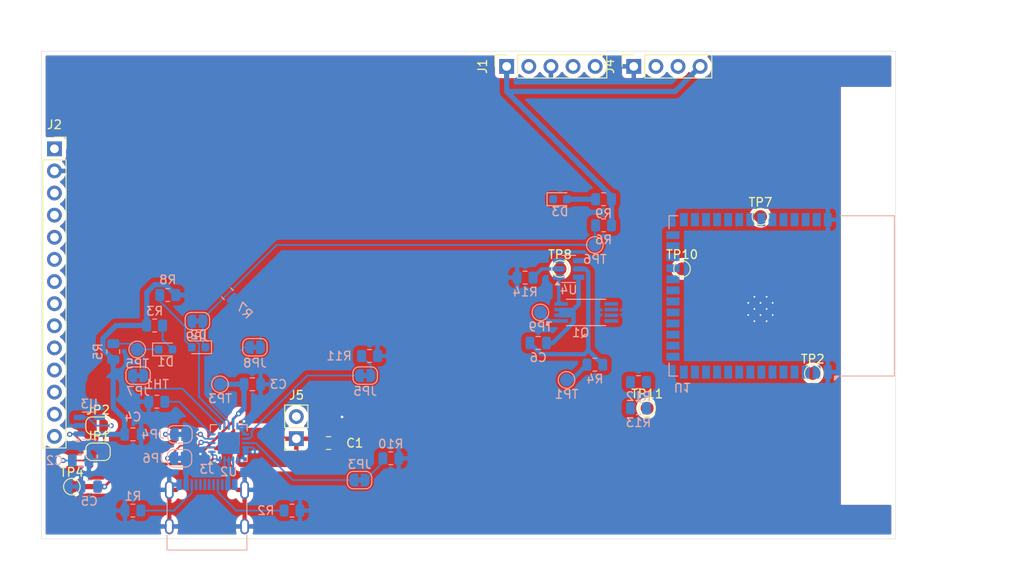
<source format=kicad_pcb>
(kicad_pcb (version 20241229) (generator "pcbnew") (generator_version "9.0")
  (layers (0 "F.Cu" signal) (2 "B.Cu" signal) (13 "F.Paste" user) (15 "B.Paste" user) (5 "F.SilkS" user "F.Silkscreen") (7 "B.SilkS" user "B.Silkscreen") (1 "F.Mask" user) (3 "B.Mask" user) (25 "Edge.Cuts" user))
  (net 0 "")
  (net 1 "+BATT")
  (net 2 "GND")
  (net 3 "Net-(JP1-A)")
  (net 4 "VBUS")
  (net 5 "VCC")
  (net 6 "Net-(U4-VCC)")
  (net 7 "-BATT")
  (net 8 "Net-(D1-A)")
  (net 9 "PG")
  (net 10 "STAT2")
  (net 11 "Net-(D2-A)")
  (net 12 "Net-(D3-A)")
  (net 13 "STAT1")
  (net 14 "I2C_SDA")
  (net 16 "I2C_SCL")
  (net 17 "LCD_SCK")
  (net 18 "LCD_T_CLK")
  (net 19 "LCD_REST")
  (net 20 "LCD_LED")
  (net 21 "LCD_T_DIN")
  (net 22 "LCD_SDI")
  (net 23 "LCD_T_DO")
  (net 24 "LCD_DC")
  (net 25 "LCD_T_IRQ")
  (net 26 "LCD_T_CS")
  (net 27 "LCD_SDO")
  (net 28 "LCD_CS")
  (net 29 "USB_D+")
  (net 30 "Net-(J3-CC2)")
  (net 32 "Net-(J3-CC1)")
  (net 34 "USB_D-")
  (net 35 "RXD")
  (net 36 "TXD")
  (net 37 "Net-(JP1-B)")
  (net 38 "Net-(Q1-Pad1)")
  (net 39 "Net-(U4-OC)")
  (net 40 "Net-(JP3-B)")
  (net 41 "Net-(U4-OD)")
  (net 42 "Net-(JP3-A)")
  (net 43 "Net-(JP4-A)")
  (net 44 "Net-(U4-CS)")
  (net 45 "Net-(U2-THERM)")
  (net 64 "Net-(JP5-B)")
  (net 65 "Net-(JP5-A)")
  (net 66 "Net-(JP6-A)")
  (net 67 "Net-(JP7-A)")
  (net 68 "Net-(JP8-A)")
  (net 69 "Net-(JP9-A)")
  (footprint "TestPoint:TestPoint_Pad_D1.5mm" (layer "F.Cu") (at 127 150)
    (property "Reference" "TP10")
    (property "Value" "SDA_TP")
  )
  (footprint "TestPoint:TestPoint_Pad_D1.5mm" (layer "F.Cu") (at 136 144)
    (property "Reference" "TP7")
    (property "Value" "STAT1_TP")
  )
  (footprint "Jumper:SolderJumper-2_P1.3mm_Bridged_RoundedPad1.0x1.5mm" (layer "F.Cu") (at 60 171)
    (property "Reference" "JP1")
    (property "Value" "EN_VIN")
  )
  (footprint "TestPoint:TestPoint_Pad_D1.5mm" (layer "F.Cu") (at 123 166)
    (property "Reference" "TP11")
    (property "Value" "SCL_TP")
  )
  (footprint "Jumper:SolderJumper-2_P1.3mm_Open_RoundedPad1.0x1.5mm" (layer "F.Cu") (at 60 168)
    (property "Reference" "JP2")
    (property "Value" "EN_GND")
  )
  (footprint "TestPoint:TestPoint_Pad_D1.5mm" (layer "F.Cu") (at 113 150)
    (property "Reference" "TP8")
    (property "Value" "PROT_CS")
  )
  (footprint "Connector_PinSocket_2.54mm:PinSocket_1x14_P2.54mm_Vertical" (layer "F.Cu") (at 55 136.21)
    (property "Reference" "J2")
    (property "Value" "Conn_01x14_Pin")
  )
  (footprint "Capacitor_SMD:C_0805_2012Metric" (layer "F.Cu") (at 86.449999 170)
    (property "Reference" "C1")
    (property "Value" "4.7uF")
  )
  (footprint "TestPoint:TestPoint_Pad_D1.5mm" (layer "F.Cu") (at 57 175)
    (property "Reference" "TP4")
    (property "Value" "VIN_TP")
  )
  (footprint "Connector_PinSocket_2.54mm:PinSocket_1x04_P2.54mm_Vertical" (layer "F.Cu") (at 121.46 126.75 90)
    (property "Reference" "J4")
    (property "Value" "Conn_01x04_Socket")
  )
  (footprint "Connector_PinSocket_2.54mm:PinSocket_1x02_P2.54mm_Vertical" (layer "F.Cu") (at 82.75 169.5 180)
    (property "Reference" "J5")
    (property "Value" "BATT_CONN")
  )
  (footprint "Connector_PinSocket_2.54mm:PinSocket_1x05_P2.54mm_Vertical" (layer "F.Cu") (at 106.88 126.75 90)
    (property "Reference" "J1")
    (property "Value" "MLX90640_Breakout")
  )
  (footprint "TestPoint:TestPoint_Pad_D1.5mm" (layer "F.Cu") (at 142 162)
    (property "Reference" "TP2")
    (property "Value" "TP_VCC")
  )
  (footprint "TestPoint:TestPoint_Pad_D1.5mm" (layer "B.Cu") (at 117 147.25)
    (property "Reference" "TP6")
    (property "Value" "STAT2_TP")
  )
  (footprint "Package_TO_SOT_SMD:SOT-23-5" (layer "B.Cu") (at 59 168)
    (property "Reference" "U3")
    (property "Value" "MIC5504-3.3YM5")
  )
  (footprint "Resistor_SMD:R_0805_2012Metric" (layer "B.Cu") (at 118 142)
    (property "Reference" "R9")
    (property "Value" "470")
  )
  (footprint "TestPoint:TestPoint_Pad_D1.5mm" (layer "B.Cu") (at 113.75 162.75)
    (property "Reference" "TP1")
    (property "Value" "TP_BATT+")
  )
  (footprint "Capacitor_SMD:C_0805_2012Metric" (layer "B.Cu") (at 110.5 158.5)
    (property "Reference" "C6")
    (property "Value" "0.1uF")
  )
  (footprint "Resistor_SMD:R_0805_2012Metric" (layer "B.Cu") (at 64 177.75 180)
    (property "Reference" "R1")
    (property "Value" "5.1k")
  )
  (footprint "Package_DFN_QFN:QFN-20-1EP_4x4mm_P0.5mm_EP2.5x2.5mm" (layer "B.Cu") (at 75 170)
    (property "Reference" "U2")
    (property "Value" "MCP73871")
  )
  (footprint "Capacitor_SMD:C_0805_2012Metric" (layer "B.Cu") (at 58 172)
    (property "Reference" "C2")
    (property "Value" "4.7uF")
  )
  (footprint "LED_SMD:LED_0603_1608Metric" (layer "B.Cu") (at 67.75 159.25)
    (property "Reference" "D1")
    (property "Value" "LED_B")
  )
  (footprint "Resistor_SMD:R_0805_2012Metric" (layer "B.Cu") (at 122 163)
    (property "Reference" "R12")
    (property "Value" "10k")
  )
  (footprint "Resistor_SMD:R_0805_2012Metric" (layer "B.Cu") (at 82.25 177.75 180)
    (property "Reference" "R2")
    (property "Value" "5.1k")
  )
  (footprint "TestPoint:TestPoint_Pad_D1.5mm" (layer "B.Cu") (at 74 163.25)
    (property "Reference" "TP3")
    (property "Value" "VBUS_TP")
  )
  (footprint "Capacitor_SMD:C_0805_2012Metric" (layer "B.Cu") (at 77.7 163.25)
    (property "Reference" "C3")
    (property "Value" "10uF")
  )
  (footprint "Resistor_SMD:R_0805_2012Metric" (layer "B.Cu") (at 74.854765 152.854765 135)
    (property "Reference" "R7")
    (property "Value" "10k")
  )
  (footprint "Resistor_SMD:R_0805_2012Metric" (layer "B.Cu") (at 61.75 159.5 -90)
    (property "Reference" "R5")
    (property "Value" "10k")
  )
  (footprint "LED_SMD:LED_0603_1608Metric" (layer "B.Cu") (at 71.5375 159 180)
    (property "Reference" "D2")
    (property "Value" "LED_R")
  )
  (footprint "Resistor_SMD:R_0805_2012Metric" (layer "B.Cu") (at 93.5875 171.75 180)
    (property "Reference" "R10")
    (property "Value" "4.02k")
  )
  (footprint "Resistor_SMD:R_0805_2012Metric" (layer "B.Cu") (at 91.15 160)
    (property "Reference" "R11")
    (property "Value" "20k")
  )
  (footprint "Resistor_SMD:R_0805_2012Metric" (layer "B.Cu") (at 66.75 165.25)
    (property "Reference" "TH1")
    (property "Value" "10k")
  )
  (footprint "Resistor_SMD:R_0805_2012Metric" (layer "B.Cu") (at 117 161)
    (property "Reference" "R4")
    (property "Value" "100")
  )
  (footprint "RF_Module:ESP32-S3-WROOM-1" (layer "B.Cu") (at 138.46 153.1 90)
    (property "Reference" "U1")
    (property "Value" "ESP32-S3-WROOM-1")
  )
  (footprint "Component:SOP65P640X120-8N" (layer "B.Cu") (at 116 155)
    (property "Reference" "Q1")
    (property "Value" "FS8205A")
  )
  (footprint "TestPoint:TestPoint_Pad_D1.5mm" (layer "B.Cu") (at 110.75 155)
    (property "Reference" "TP9")
    (property "Value" "MOSFET_P8")
  )
  (footprint "LED_SMD:LED_0603_1608Metric" (layer "B.Cu") (at 113 142)
    (property "Reference" "D3")
    (property "Value" "LED_G")
  )
  (footprint "Jumper:SolderJumper-2_P1.3mm_Bridged_RoundedPad1.0x1.5mm" (layer "B.Cu") (at 90.65 162.25)
    (property "Reference" "JP5")
    (property "Value" "PROG3_JP")
  )
  (footprint "Resistor_SMD:R_0805_2012Metric" (layer "B.Cu") (at 118 145)
    (property "Reference" "R6")
    (property "Value" "10k")
  )
  (footprint "Resistor_SMD:R_0805_2012Metric" (layer "B.Cu") (at 109 151)
    (property "Reference" "R14")
    (property "Value" "1k")
  )
  (footprint "Jumper:SolderJumper-2_P1.3mm_Bridged_RoundedPad1.0x1.5mm" (layer "B.Cu") (at 69.35 171.75)
    (property "Reference" "JP6")
    (property "Value" "SEL_JP")
  )
  (footprint "Jumper:SolderJumper-2_P1.3mm_Bridged_RoundedPad1.0x1.5mm" (layer "B.Cu") (at 64.600001 162.25)
    (property "Reference" "JP7")
    (property "Value" "PG_JP")
  )
  (footprint "TestPoint:TestPoint_Pad_D1.5mm" (layer "B.Cu") (at 64.5 159.25)
    (property "Reference" "TP5")
    (property "Value" "PG_TP")
  )
  (footprint "Jumper:SolderJumper-2_P1.3mm_Bridged_RoundedPad1.0x1.5mm" (layer "B.Cu") (at 90 174.25 180)
    (property "Reference" "JP3")
    (property "Value" "PROG1_JP")
  )
  (footprint "Connector_USB:USB_C_Receptacle_G-Switch_GT-USB-7010ASV" (layer "B.Cu") (at 72.5 178.5 180)
    (property "Reference" "J3")
    (property "Value" "USB_C_Receptacle_USB2.0_16P")
  )
  (footprint "Resistor_SMD:R_0805_2012Metric" (layer "B.Cu") (at 68 153)
    (property "Reference" "R8")
    (property "Value" "470")
  )
  (footprint "Jumper:SolderJumper-2_P1.3mm_Bridged_RoundedPad1.0x1.5mm" (layer "B.Cu") (at 78 159)
    (property "Reference" "JP8")
    (property "Value" "STAT1_JP")
  )
  (footprint "Resistor_SMD:R_0805_2012Metric" (layer "B.Cu") (at 66.5 156.5 180)
    (property "Reference" "R3")
    (property "Value" "470")
  )
  (footprint "Resistor_SMD:R_0805_2012Metric" (layer "B.Cu") (at 122 166)
    (property "Reference" "R13")
    (property "Value" "10k")
  )
  (footprint "Capacitor_SMD:C_0805_2012Metric" (layer "B.Cu") (at 59 175)
    (property "Reference" "C5")
    (property "Value" "1uF")
  )
  (footprint "Capacitor_SMD:C_0805_2012Metric" (layer "B.Cu") (at 64 169)
    (property "Reference" "C4")
    (property "Value" "1uF")
  )
  (footprint "Jumper:SolderJumper-2_P1.3mm_Bridged_RoundedPad1.0x1.5mm" (layer "B.Cu") (at 71.4 156)
    (property "Reference" "JP9")
    (property "Value" "STAT2_JP")
  )
  (footprint "Package_TO_SOT_SMD:SOT-23-6" (layer "B.Cu") (at 114 150)
    (property "Reference" "U4")
    (property "Value" "DW01A")
  )
  (footprint "Jumper:SolderJumper-2_P1.3mm_Bridged_RoundedPad1.0x1.5mm" (layer "B.Cu") (at 69.4 169)
    (property "Reference" "JP4")
    (property "Value" "PROG2_JP")
  )
  (gr_rect (start 53.5 125) (end 151.5 181) (stroke (width 0.05)) (fill no) (layer "Edge.Cuts"))
  (via (at 76.5 172) (size 0.6) (drill 0.3) (layers "F.Cu" "B.Cu") (net 1))
  (via (at 76.9375 171.5) (size 0.6) (drill 0.3) (layers "F.Cu" "B.Cu") (net 1))
  (via (at 78.25 171) (size 0.6) (drill 0.3) (layers "F.Cu" "B.Cu") (net 1))
  (via (at 77.75 171) (size 0.6) (drill 0.3) (layers "F.Cu" "B.Cu") (net 1))
  (segment (start 77.75 170.5) (end 78.25 171) (width 0.2) (layer "B.Cu") (net 1))
  (segment (start 76.9375 171.5625) (end 76.9375 171.5) (width 0.6) (layer "B.Cu") (net 1))
  (segment (start 113.75 162.75) (end 114.3375 162.75) (width 0.5) (layer "B.Cu") (net 1))
  (segment (start 76.9375 171.5) (end 76.9375 170.626) (width 0.6) (layer "B.Cu") (net 1))
  (segment (start 76.9375 170.5) (end 77.75 170.5) (width 0.2) (layer "B.Cu") (net 1))
  (segment (start 76.9375 171) (end 77.75 171) (width 0.2) (layer "B.Cu") (net 1))
  (segment (start 114.3375 162.75) (end 116.0875 161) (width 0.5) (layer "B.Cu") (net 1))
  (segment (start 76.5 172) (end 76.9375 171.5625) (width 0.6) (layer "B.Cu") (net 1))
  (segment (start 76.4375 171.9375) (end 76.5 172) (width 0.2) (layer "B.Cu") (net 1))
  (segment (start 76 171.9375) (end 76.4375 171.9375) (width 0.2) (layer "B.Cu") (net 1))
  (via (at 88 167) (size 0.6) (drill 0.3) (layers "F.Cu" "B.Cu") (net 2))
  (via (at 76.75 167.5) (size 0.6) (drill 0.3) (layers "F.Cu" "B.Cu") (net 2))
  (segment (start 76.46875 168.53125) (end 76 168.0625) (width 0.3) (layer "B.Cu") (net 2))
  (segment (start 76.75 167.5) (end 76.75 168.25) (width 0.3) (layer "B.Cu") (net 2))
  (segment (start 76.9375 169) (end 76.46875 168.53125) (width 0.3) (layer "B.Cu") (net 2))
  (segment (start 76.75 168.25) (end 76.46875 168.53125) (width 0.3) (layer "B.Cu") (net 2))
  (segment (start 59.25 171) (end 57.25 169) (width 0.2) (layer "F.Cu") (net 3))
  (segment (start 60.75 175) (end 57 175) (width 0.6) (layer "F.Cu") (net 3))
  (segment (start 58.35 172) (end 56 172) (width 0.2) (layer "F.Cu") (net 3))
  (segment (start 59.35 171) (end 58.35 172) (width 0.2) (layer "F.Cu") (net 3))
  (segment (start 59.35 171) (end 59.35 172.65) (width 0.2) (layer "F.Cu") (net 3))
  (segment (start 59.35 171) (end 59.25 171) (width 0.2) (layer "F.Cu") (net 3))
  (segment (start 59.35 172.65) (end 57 175) (width 0.2) (layer "F.Cu") (net 3))
  (segment (start 73.396445 171.603555) (end 72.599 172.401) (width 0.3) (layer "F.Cu") (net 3))
  (segment (start 72.599 172.401) (end 63.349 172.401) (width 0.3) (layer "F.Cu") (net 3))
  (segment (start 57.25 169) (end 56.75 169) (width 0.2) (layer "F.Cu") (net 3))
  (segment (start 63.349 172.401) (end 60.75 175) (width 0.3) (layer "F.Cu") (net 3))
  (via (at 56.75 169) (size 0.6) (drill 0.3) (layers "F.Cu" "B.Cu") (net 3))
  (via (at 60.75 175) (size 0.6) (drill 0.3) (layers "F.Cu" "B.Cu") (net 3))
  (via (at 73.396445 171.603555) (size 0.6) (drill 0.3) (layers "F.Cu" "B.Cu") (net 3))
  (via (at 56 172) (size 0.6) (drill 0.3) (layers "F.Cu" "B.Cu") (net 3))
  (segment (start 56 172) (end 57.05 172) (width 0.2) (layer "B.Cu") (net 3))
  (segment (start 56.8 168.95) (end 56.75 169) (width 0.2) (layer "B.Cu") (net 3))
  (segment (start 73.401555 171.603555) (end 73.7355 171.9375) (width 0.3) (layer "B.Cu") (net 3))
  (segment (start 73.7355 171.9375) (end 74 171.9375) (width 0.3) (layer "B.Cu") (net 3))
  (segment (start 73.396445 171.603555) (end 73.396445 171.598445) (width 0.3) (layer "B.Cu") (net 3))
  (segment (start 73.396445 171.603555) (end 73.401555 171.603555) (width 0.3) (layer "B.Cu") (net 3))
  (segment (start 73.396445 171.598445) (end 73.0625 171.2645) (width 0.3) (layer "B.Cu") (net 3))
  (segment (start 57.8625 168.95) (end 56.8 168.95) (width 0.2) (layer "B.Cu") (net 3))
  (segment (start 59.95 175) (end 60.75 175) (width 0.6) (layer "B.Cu") (net 3))
  (segment (start 73.0625 171.2645) (end 73.0625 171) (width 0.3) (layer "B.Cu") (net 3))
  (segment (start 75.5 167.5) (end 71.75 171.25) (width 0.3) (layer "F.Cu") (net 4))
  (segment (start 75.5 167.25) (end 75.5 167.5) (width 0.3) (layer "F.Cu") (net 4))
  (segment (start 76.125 166.625) (end 75.5 167.25) (width 0.3) (layer "F.Cu") (net 4))
  (via (at 71.75 171.25) (size 0.6) (drill 0.3) (layers "F.Cu" "B.Cu") (net 4))
  (via (at 76.125 166.625) (size 0.6) (drill 0.3) (layers "F.Cu" "B.Cu") (net 4))
  (segment (start 75.5 167.25) (end 75.5 168.0625) (width 0.3) (layer "B.Cu") (net 4))
  (segment (start 76.125 166.625) (end 76.75 166) (width 0.6) (layer "B.Cu") (net 4))
  (segment (start 76.75 166) (end 76.75 163.25) (width 0.6) (layer "B.Cu") (net 4))
  (segment (start 76.125 166.625) (end 75.5 167.25) (width 0.3) (layer "B.Cu") (net 4))
  (segment (start 76.75 163.25) (end 74 163.25) (width 0.6) (layer "B.Cu") (net 4))
  (segment (start 106.88 129.63) (end 106.88 126.75) (width 0.6) (layer "B.Cu") (net 5))
  (segment (start 66.506998 151.799) (end 67.7115 151.799) (width 0.6) (layer "B.Cu") (net 5))
  (segment (start 63.05 169) (end 63.05 167.2125) (width 0.6) (layer "B.Cu") (net 5))
  (segment (start 62.055998 156.5) (end 65.5875 156.5) (width 0.6) (layer "B.Cu") (net 5))
  (segment (start 118.9125 142) (end 118.9125 141.6625) (width 0.6) (layer "B.Cu") (net 5))
  (segment (start 60.1875 169) (end 60.1375 168.95) (width 0.6) (layer "B.Cu") (net 5))
  (segment (start 63.05 167.2125) (end 61.75 165.9125) (width 0.6) (layer "B.Cu") (net 5))
  (segment (start 118.9125 141.6625) (end 106.88 129.63) (width 0.6) (layer "B.Cu") (net 5))
  (segment (start 73.41906 153) (end 74.20953 152.20953) (width 0.6) (layer "B.Cu") (net 5))
  (segment (start 126.2 129.63) (end 129.08 126.75) (width 0.6) (layer "B.Cu") (net 5))
  (segment (start 63.05 169) (end 60.1875 169) (width 0.6) (layer "B.Cu") (net 5))
  (segment (start 67.7115 151.799) (end 68.9125 153) (width 0.6) (layer "B.Cu") (net 5))
  (segment (start 65.5875 156.5) (end 65.5875 152.718498) (width 0.6) (layer "B.Cu") (net 5))
  (segment (start 61.75 160.4125) (end 60.549 159.2115) (width 0.6) (layer "B.Cu") (net 5))
  (segment (start 118.9125 145) (end 118.9125 142) (width 0.6) (layer "B.Cu") (net 5))
  (segment (start 68.9125 153) (end 73.41906 153) (width 0.6) (layer "B.Cu") (net 5))
  (segment (start 65.5875 152.718498) (end 66.506998 151.799) (width 0.6) (layer "B.Cu") (net 5))
  (segment (start 60.549 158.006998) (end 62.055998 156.5) (width 0.6) (layer "B.Cu") (net 5))
  (segment (start 106.88 129.63) (end 126.2 129.63) (width 0.6) (layer "B.Cu") (net 5))
  (segment (start 60.549 159.2115) (end 60.549 158.006998) (width 0.6) (layer "B.Cu") (net 5))
  (segment (start 61.75 165.9125) (end 61.75 160.4125) (width 0.6) (layer "B.Cu") (net 5))
  (segment (start 115.9 150) (end 116.25 150.35) (width 0.5) (layer "B.Cu") (net 6))
  (segment (start 116.25 159.3375) (end 117.9125 161) (width 0.5) (layer "B.Cu") (net 6))
  (segment (start 116.25 150.35) (end 116.25 159.3375) (width 0.5) (layer "B.Cu") (net 6))
  (segment (start 115.1375 150) (end 115.9 150) (width 0.5) (layer "B.Cu") (net 6))
  (segment (start 115.7885 159.799) (end 116.25 159.3375) (width 0.5) (layer "B.Cu") (net 6))
  (segment (start 110.849 159.799) (end 115.7885 159.799) (width 0.5) (layer "B.Cu") (net 6))
  (segment (start 109.55 158.5) (end 110.849 159.799) (width 0.5) (layer "B.Cu") (net 6))
  (segment (start 113.12 155) (end 113.12 154.675) (width 0.5) (layer "B.Cu") (net 7))
  (segment (start 114.55 155.5) (end 114.05 155) (width 0.5) (layer "B.Cu") (net 7))
  (segment (start 114.55 155.5) (end 114.55 154.675) (width 0.5) (layer "B.Cu") (net 7))
  (segment (start 112.184906 158.5) (end 114.55 156.134906) (width 0.5) (layer "B.Cu") (net 7))
  (segment (start 115.1375 154.0875) (end 115.1375 150.95) (width 0.5) (layer "B.Cu") (net 7))
  (segment (start 114.374 155.324) (end 113.12 155.324) (width 0.5) (layer "B.Cu") (net 7))
  (segment (start 114.374 154.851) (end 114.8625 154.3625) (width 0.5) (layer "B.Cu") (net 7))
  (segment (start 114.55 154.675) (end 113.12 154.675) (width 0.4) (layer "B.Cu") (net 7))
  (segment (start 114.374 155.324) (end 114.374 154.851) (width 0.5) (layer "B.Cu") (net 7))
  (segment (start 114.55 156.134906) (end 114.55 155.5) (width 0.5) (layer "B.Cu") (net 7))
  (segment (start 113.12 155.325) (end 113.12 155) (width 0.5) (layer "B.Cu") (net 7))
  (segment (start 114.8625 154.3625) (end 115.1375 154.0875) (width 0.5) (layer "B.Cu") (net 7))
  (segment (start 115.1375 154.0875) (end 114.55 154.675) (width 0.4) (layer "B.Cu") (net 7))
  (segment (start 111.45 158.5) (end 112.184906 158.5) (width 0.5) (layer "B.Cu") (net 7))
  (segment (start 114.55 155.5) (end 114.374 155.324) (width 0.5) (layer "B.Cu") (net 7))
  (segment (start 114.05 155) (end 113.12 155) (width 0.5) (layer "B.Cu") (net 7))
  (segment (start 67.4125 156.5) (end 67.4125 158.125) (width 0.2) (layer "B.Cu") (net 8))
  (segment (start 67.4125 158.125) (end 68.5375 159.25) (width 0.2) (layer "B.Cu") (net 8))
  (segment (start 63.8375 158.5875) (end 64.5 159.25) (width 0.2) (layer "B.Cu") (net 9))
  (segment (start 66.9625 159.25) (end 64.5 159.25) (width 0.2) (layer "B.Cu") (net 9))
  (segment (start 61.75 158.5875) (end 63.8375 158.5875) (width 0.2) (layer "B.Cu") (net 9))
  (segment (start 65.25 160) (end 64.5 159.25) (width 0.2) (layer "B.Cu") (net 9))
  (segment (start 64.25 159) (end 64.5 159.25) (width 0.2) (layer "B.Cu") (net 9))
  (segment (start 65.25 162.25) (end 65.25 160) (width 0.2) (layer "B.Cu") (net 9))
  (segment (start 117 147.25) (end 117 145.0875) (width 0.2) (layer "B.Cu") (net 10))
  (segment (start 72.05 155.7) (end 80.5 147.25) (width 0.2) (layer "B.Cu") (net 10))
  (segment (start 80.5 147.25) (end 117 147.25) (width 0.2) (layer "B.Cu") (net 10))
  (segment (start 117 145.0875) (end 117.0875 145) (width 0.2) (layer "B.Cu") (net 10))
  (segment (start 72.05 156) (end 72.05 158.724999) (width 0.2) (layer "B.Cu") (net 10))
  (segment (start 72.05 156) (end 72.05 155.7) (width 0.2) (layer "B.Cu") (net 10))
  (segment (start 108.5 147.25) (end 117 147.25) (width 0.2) (layer "B.Cu") (net 10))
  (segment (start 72.05 158.724999) (end 72.325001 159) (width 0.2) (layer "B.Cu") (net 10))
  (segment (start 70 156.6125) (end 70 158.250001) (width 0.2) (layer "B.Cu") (net 11))
  (segment (start 67.0875 153.7) (end 70 156.6125) (width 0.2) (layer "B.Cu") (net 11))
  (segment (start 70 158.250001) (end 70.749999 159) (width 0.2) (layer "B.Cu") (net 11))
  (segment (start 67.0875 153) (end 67.0875 153.7) (width 0.2) (layer "B.Cu") (net 11))
  (segment (start 113.7875 142) (end 117.0875 142) (width 0.6) (layer "B.Cu") (net 12))
  (segment (start 75.5 153.5) (end 78.65 156.65) (width 0.2) (layer "B.Cu") (net 13))
  (segment (start 78.65 156.65) (end 78.65 159) (width 0.2) (layer "B.Cu") (net 13))
  (segment (start 64.9125 177.75) (end 68.711008 177.75) (width 0.2) (layer "B.Cu") (net 30))
  (segment (start 70.75 175.711008) (end 70.75 174.775) (width 0.2) (layer "B.Cu") (net 30))
  (segment (start 68.711008 177.75) (end 70.75 175.711008) (width 0.2) (layer "B.Cu") (net 30))
  (segment (start 73.75 175.647) (end 73.75 174.775) (width 0.2) (layer "B.Cu") (net 32))
  (segment (start 75.853 177.75) (end 73.75 175.647) (width 0.2) (layer "B.Cu") (net 32))
  (segment (start 81.3375 177.75) (end 75.853 177.75) (width 0.2) (layer "B.Cu") (net 32))
  (segment (start 60.65 168) (end 60.65 171) (width 0.2) (layer "F.Cu") (net 37))
  (segment (start 61.5 168) (end 60.65 168) (width 0.2) (layer "F.Cu") (net 37))
  (via (at 61.5 168) (size 0.6) (drill 0.3) (layers "F.Cu" "B.Cu") (net 37))
  (segment (start 58.833032 167.05) (end 59.783032 168) (width 0.2) (layer "B.Cu") (net 37))
  (segment (start 57.8625 167.05) (end 58.833032 167.05) (width 0.2) (layer "B.Cu") (net 37))
  (segment (start 59.783032 168) (end 61.5 168) (width 0.2) (layer "B.Cu") (net 37))
  (segment (start 111.725 155.975) (end 113.12 155.975) (width 0.4) (layer "B.Cu") (net 38))
  (segment (start 110.75 155) (end 111.725 155.975) (width 0.4) (layer "B.Cu") (net 38))
  (segment (start 78.099943 170) (end 82.349943 174.25) (width 0.2) (layer "B.Cu") (net 40))
  (segment (start 82.349943 174.25) (end 89.350001 174.25) (width 0.2) (layer "B.Cu") (net 40))
  (segment (start 76.9375 170) (end 78.099943 170) (width 0.2) (layer "B.Cu") (net 40))
  (segment (start 112.8625 150.95) (end 112.8625 153.7675) (width 0.4) (layer "B.Cu") (net 41))
  (segment (start 112.8625 153.7675) (end 113.12 154.025) (width 0.4) (layer "B.Cu") (net 41))
  (segment (start 90.649999 174.25) (end 92.675 172.224999) (width 0.2) (layer "B.Cu") (net 42))
  (segment (start 92.675 172.224999) (end 92.675 171.75) (width 0.2) (layer "B.Cu") (net 42))
  (segment (start 71.75 169) (end 67.75 169) (width 0.2) (layer "F.Cu") (net 43))
  (via (at 67.75 169) (size 0.6) (drill 0.3) (layers "F.Cu" "B.Cu") (net 43))
  (via (at 71.75 169) (size 0.6) (drill 0.3) (layers "F.Cu" "B.Cu") (net 43))
  (segment (start 68.75 169) (end 67.75 169) (width 0.2) (layer "B.Cu") (net 43))
  (segment (start 72.25 169.5) (end 73.0625 169.5) (width 0.2) (layer "B.Cu") (net 43))
  (segment (start 71.75 169) (end 72.25 169.5) (width 0.2) (layer "B.Cu") (net 43))
  (segment (start 110.9125 150) (end 112.8625 150) (width 0.4) (layer "B.Cu") (net 44))
  (segment (start 109.9125 151) (end 110.9125 150) (width 0.4) (layer "B.Cu") (net 44))
  (segment (start 69.3125 165.25) (end 73.0625 169) (width 0.2) (layer "B.Cu") (net 45))
  (segment (start 67.6625 165.25) (end 69.3125 165.25) (width 0.2) (layer "B.Cu") (net 45))
  (segment (start 90.2375 160) (end 91.3 161.0625) (width 0.2) (layer "B.Cu") (net 64))
  (segment (start 91.3 161.0625) (end 91.3 162.25) (width 0.2) (layer "B.Cu") (net 64))
  (segment (start 77.14931 169.426) (end 77.439798 169.426) (width 0.2) (layer "B.Cu") (net 65))
  (segment (start 76.9375 169.451) (end 77.12431 169.451) (width 0.2) (layer "B.Cu") (net 65))
  (segment (start 77.557899 168.692101) (end 84 162.25) (width 0.2) (layer "B.Cu") (net 65))
  (segment (start 77.12431 169.451) (end 77.14931 169.426) (width 0.2) (layer "B.Cu") (net 65))
  (segment (start 76.9375 169.5) (end 76.9375 169.451) (width 0.2) (layer "B.Cu") (net 65))
  (segment (start 77.439798 169.426) (end 77.651 169.214798) (width 0.2) (layer "B.Cu") (net 65))
  (segment (start 77.651 168.785202) (end 77.557899 168.692101) (width 0.2) (layer "B.Cu") (net 65))
  (segment (start 77.651 169.214798) (end 77.651 168.785202) (width 0.2) (layer "B.Cu") (net 65))
  (segment (start 84 162.25) (end 90 162.25) (width 0.2) (layer "B.Cu") (net 65))
  (segment (start 71.825735 169.924265) (end 71.454253 170.295747) (width 0.2) (layer "F.Cu") (net 66))
  (segment (start 71.454253 170.295747) (end 69.454253 170.295747) (width 0.2) (layer "F.Cu") (net 66))
  (segment (start 69.454253 170.295747) (end 68 171.75) (width 0.2) (layer "F.Cu") (net 66))
  (via (at 68 171.75) (size 0.6) (drill 0.3) (layers "F.Cu" "B.Cu") (net 66))
  (via (at 71.825735 169.924265) (size 0.6) (drill 0.3) (layers "F.Cu" "B.Cu") (net 66))
  (segment (start 71.96645 169.78355) (end 72.0839 169.901) (width 0.2) (layer "B.Cu") (net 66))
  (segment (start 68.7 171.75) (end 68 171.75) (width 0.2) (layer "B.Cu") (net 66))
  (segment (start 72.0839 169.901) (end 72.535202 169.901) (width 0.2) (layer "B.Cu") (net 66))
  (segment (start 72.560202 169.926) (end 72.634202 170) (width 0.2) (layer "B.Cu") (net 66))
  (segment (start 71.825735 169.924265) (end 71.96645 169.78355) (width 0.2) (layer "B.Cu") (net 66))
  (segment (start 72.535202 169.901) (end 72.560202 169.926) (width 0.2) (layer "B.Cu") (net 66))
  (segment (start 72.634202 170) (end 73.0625 170) (width 0.2) (layer "B.Cu") (net 66))
  (segment (start 63.950002 162.25) (end 63.950002 163.005) (width 0.2) (layer "B.Cu") (net 67))
  (segment (start 64.695002 163.75) (end 69.6875 163.75) (width 0.2) (layer "B.Cu") (net 67))
  (segment (start 69.6875 163.75) (end 74 168.0625) (width 0.2) (layer "B.Cu") (net 67))
  (segment (start 63.950002 163.005) (end 64.695002 163.75) (width 0.2) (layer "B.Cu") (net 67))
  (segment (start 76.763661 159) (end 72.949 162.814661) (width 0.2) (layer "B.Cu") (net 68))
  (segment (start 72.949 165.516102) (end 75 167.567102) (width 0.2) (layer "B.Cu") (net 68))
  (segment (start 77.35 159) (end 76.763661 159) (width 0.2) (layer "B.Cu") (net 68))
  (segment (start 72.949 162.814661) (end 72.949 165.516102) (width 0.2) (layer "B.Cu") (net 68))
  (segment (start 75 167.567102) (end 75 168.0625) (width 0.2) (layer "B.Cu") (net 68))
  (segment (start 71.586501 164.720703) (end 74.5 167.634202) (width 0.2) (layer "B.Cu") (net 69))
  (segment (start 70.75 156) (end 70.75 157.783901) (width 0.2) (layer "B.Cu") (net 69))
  (segment (start 74.5 167.634202) (end 74.5 168.0625) (width 0.2) (layer "B.Cu") (net 69))
  (segment (start 70.75 157.783901) (end 71.586501 158.620402) (width 0.2) (layer "B.Cu") (net 69))
  (segment (start 71.586501 158.620402) (end 71.586501 164.720703) (width 0.2) (layer "B.Cu") (net 69))
  (zone (net 1) (net_name "+BATT") (layer "F.Cu") (priority 2) (connect_pads (clearance 0.2)) (min_thickness 0.2) (fill yes (thermal_gap 0.5) (thermal_bridge_width 0.5))
    (polygon (pts (xy 76.25 168.25) (xy 76.25 170.25) (xy 75.75 172.25) (xy 76.25 172.75) (xy 86 172.75) (xy 86 168.25) (xy 77.75 168.25)))
  )
  (zone (net 2) (net_name "GND") (layers "F.Cu" "B.Cu") (connect_pads (clearance 0.5)) (min_thickness 0.25) (fill yes (thermal_gap 0.5) (thermal_bridge_width 0.5))
    (polygon (pts (xy 53.5 181) (xy 53.5 125) (xy 151.5 125) (xy 151.5 181)))
  )
  (zone (net 4) (net_name "VBUS") (layer "B.Cu") (priority 1) (connect_pads (clearance 0.2)) (min_thickness 0.2) (fill yes (thermal_gap 0.5) (thermal_bridge_width 0.5))
    (polygon (pts (xy 76.119104 170.54717) (xy 75.5 175.5) (xy 69.75 175.5) (xy 69.75 167.49)))
  )
)
</source>
